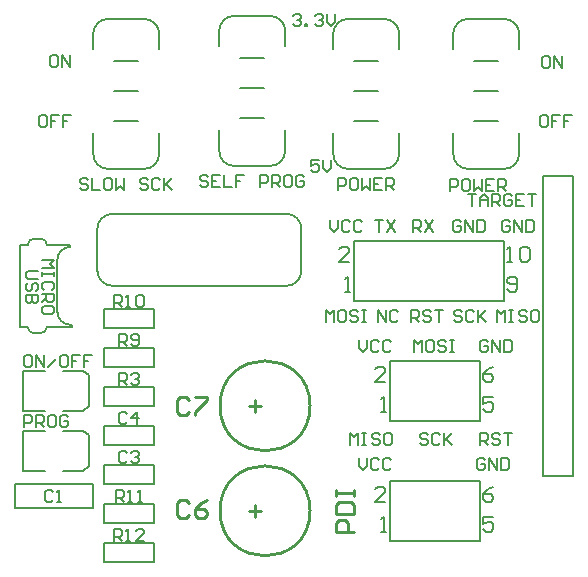
<source format=gto>
G04 Layer_Color=65535*
%FSLAX24Y24*%
%MOIN*%
G70*
G01*
G75*
%ADD16C,0.0100*%
%ADD33C,0.0063*%
%ADD34C,0.0079*%
%ADD35C,0.0060*%
%ADD36C,0.0080*%
D16*
X10028Y5500D02*
G03*
X10028Y5500I-1500J0D01*
G01*
Y2000D02*
G03*
X10028Y2000I-1500J0D01*
G01*
X8178Y5300D02*
Y5700D01*
X7978Y5500D02*
X8378D01*
X8178Y1800D02*
Y2200D01*
X7978Y2000D02*
X8378D01*
X6000Y2250D02*
X5900Y2350D01*
X5700D01*
X5600Y2250D01*
Y1850D01*
X5700Y1750D01*
X5900D01*
X6000Y1850D01*
X6600Y2350D02*
X6400Y2250D01*
X6200Y2050D01*
Y1850D01*
X6300Y1750D01*
X6500D01*
X6600Y1850D01*
Y1950D01*
X6500Y2050D01*
X6200D01*
X6000Y5700D02*
X5900Y5800D01*
X5700D01*
X5600Y5700D01*
Y5300D01*
X5700Y5200D01*
X5900D01*
X6000Y5300D01*
X6200Y5800D02*
X6600D01*
Y5700D01*
X6200Y5300D01*
Y5200D01*
X11500Y1300D02*
X10900D01*
Y1600D01*
X11000Y1700D01*
X11200D01*
X11300Y1600D01*
Y1300D01*
X10900Y1900D02*
X11500D01*
Y2200D01*
X11400Y2300D01*
X11000D01*
X10900Y2200D01*
Y1900D01*
Y2500D02*
Y2700D01*
Y2600D01*
X11500D01*
Y2500D01*
Y2700D01*
D33*
X9740Y11400D02*
G03*
X9240Y11900I-500J0D01*
G01*
X3440D02*
G03*
X2940Y11400I0J-500D01*
G01*
Y10000D02*
G03*
X3440Y9500I500J0D01*
G01*
X9240D02*
G03*
X9740Y10000I0J500D01*
G01*
X15300Y18400D02*
G03*
X14800Y17900I0J-500D01*
G01*
Y13900D02*
G03*
X15300Y13400I500J0D01*
G01*
X17000Y17900D02*
G03*
X16500Y18400I-500J0D01*
G01*
Y13400D02*
G03*
X17000Y13900I0J500D01*
G01*
X11300Y18400D02*
G03*
X10800Y17900I0J-500D01*
G01*
Y13900D02*
G03*
X11300Y13400I500J0D01*
G01*
X13000Y17900D02*
G03*
X12500Y18400I-500J0D01*
G01*
Y13400D02*
G03*
X13000Y13900I0J500D01*
G01*
X7500Y18500D02*
G03*
X7000Y18000I0J-500D01*
G01*
Y14000D02*
G03*
X7500Y13500I500J0D01*
G01*
X9200Y18000D02*
G03*
X8700Y18500I-500J0D01*
G01*
Y13500D02*
G03*
X9200Y14000I0J500D01*
G01*
X3300Y18400D02*
G03*
X2800Y17900I0J-500D01*
G01*
Y13900D02*
G03*
X3300Y13400I500J0D01*
G01*
X5000Y17900D02*
G03*
X4500Y18400I-500J0D01*
G01*
Y13400D02*
G03*
X5000Y13900I0J500D01*
G01*
X1252Y10878D02*
G03*
X1055Y11075I-197J0D01*
G01*
Y7925D02*
G03*
X1252Y8122I0J197D01*
G01*
X622D02*
G03*
X819Y7925I197J0D01*
G01*
Y11075D02*
G03*
X622Y10878I0J-197D01*
G01*
X2039Y10799D02*
G03*
X1606Y10366I0J-433D01*
G01*
Y8634D02*
G03*
X2039Y8201I433J0D01*
G01*
X4827Y4185D02*
Y4815D01*
X3173D02*
X4827D01*
X3173Y4185D02*
Y4815D01*
Y4185D02*
X4827D01*
X3173Y5485D02*
Y6115D01*
Y5485D02*
X4827D01*
Y6115D01*
X3173D02*
X4827D01*
Y2885D02*
Y3515D01*
X3173D02*
X4827D01*
X3173Y2885D02*
Y3515D01*
Y2885D02*
X4827D01*
Y1585D02*
Y2215D01*
X3173D02*
X4827D01*
X3173Y1585D02*
Y2215D01*
Y1585D02*
X4827D01*
Y285D02*
Y915D01*
X3173D02*
X4827D01*
X3173Y285D02*
Y915D01*
Y285D02*
X4827D01*
X3173Y6785D02*
Y7415D01*
Y6785D02*
X4827D01*
Y7415D01*
X3173D02*
X4827D01*
X3173Y8085D02*
Y8715D01*
Y8085D02*
X4827D01*
Y8715D01*
X3173D02*
X4827D01*
X9740Y10700D02*
Y11400D01*
X8440Y11900D02*
X9240D01*
X3540D02*
X8440D01*
X3440D02*
X3540D01*
X2940Y10800D02*
Y11400D01*
Y10000D02*
Y10800D01*
X3440Y9500D02*
X3840D01*
X9040D01*
X9240D01*
X9740Y10000D02*
Y10700D01*
X15500Y15000D02*
X16300D01*
X15500Y16000D02*
X16300D01*
X15500Y17000D02*
X16300D01*
X14800Y17400D02*
Y17900D01*
X15600Y13400D02*
X16400D01*
X15300D02*
X15600D01*
X14800Y13900D02*
Y14100D01*
Y14600D01*
X17000Y17400D02*
Y17900D01*
X15300Y18400D02*
X16500D01*
X17000Y13900D02*
Y14600D01*
X16400Y13400D02*
X16500D01*
X11500Y15000D02*
X12300D01*
X11500Y16000D02*
X12300D01*
X11500Y17000D02*
X12300D01*
X10800Y17400D02*
Y17900D01*
X11600Y13400D02*
X12400D01*
X11300D02*
X11600D01*
X10800Y13900D02*
Y14100D01*
Y14600D01*
X13000Y17400D02*
Y17900D01*
X11300Y18400D02*
X12500D01*
X13000Y13900D02*
Y14600D01*
X12400Y13400D02*
X12500D01*
X7700Y15100D02*
X8500D01*
X7700Y16100D02*
X8500D01*
X7700Y17100D02*
X8500D01*
X7000Y17500D02*
Y18000D01*
X7800Y13500D02*
X8600D01*
X7500D02*
X7800D01*
X7000Y14000D02*
Y14200D01*
Y14700D01*
X9200Y17500D02*
Y18000D01*
X7500Y18500D02*
X8700D01*
X9200Y14000D02*
Y14700D01*
X8600Y13500D02*
X8700D01*
X3500Y15000D02*
X4300D01*
X3500Y16000D02*
X4300D01*
X3500Y17000D02*
X4300D01*
X2800Y17400D02*
Y17900D01*
X3600Y13400D02*
X4400D01*
X3300D02*
X3600D01*
X2800Y13900D02*
Y14100D01*
Y14600D01*
X5000Y17400D02*
Y17900D01*
X3300Y18400D02*
X4500D01*
X5000Y13900D02*
Y14600D01*
X4400Y13400D02*
X4500D01*
X937Y11075D02*
X1055D01*
X1252Y10878D02*
X2039D01*
Y10799D02*
Y10878D01*
X2079Y8122D02*
Y8201D01*
X1252Y8122D02*
X2079D01*
X937Y7925D02*
X1055D01*
X819D02*
X937D01*
X819Y11075D02*
X937D01*
X346Y10878D02*
X622D01*
X346Y8122D02*
Y10878D01*
Y8122D02*
X622D01*
X1606Y8634D02*
Y10366D01*
X2039Y8201D02*
X2079D01*
D34*
X2800Y2100D02*
Y2900D01*
X200Y2100D02*
X2800D01*
X200D02*
Y2900D01*
X2800D01*
X16500Y9000D02*
Y11000D01*
X11500Y9000D02*
Y11000D01*
X16500D01*
X11500Y9000D02*
X16500D01*
X13792Y1000D02*
X15708D01*
X12708D02*
X15708D01*
X12708Y3000D02*
X15708D01*
X12708Y1000D02*
Y3000D01*
X15708Y1000D02*
Y3000D01*
X13792Y5000D02*
X15708D01*
X12708D02*
X15708D01*
X12708Y7000D02*
X15708D01*
X12708Y5000D02*
Y7000D01*
X15708Y5000D02*
Y7000D01*
X1795Y4669D02*
X2465D01*
Y3331D02*
X2661Y3488D01*
X2465Y4669D02*
X2661Y4512D01*
X1795Y3331D02*
X2465D01*
X2661Y3488D02*
Y4512D01*
X457Y3331D02*
Y4669D01*
X1205D01*
X457Y3331D02*
X1205D01*
X1795Y6669D02*
X2465D01*
Y5331D02*
X2661Y5488D01*
X2465Y6669D02*
X2661Y6512D01*
X1795Y5331D02*
X2465D01*
X2661Y5488D02*
Y6512D01*
X457Y5331D02*
Y6669D01*
X1205D01*
X457Y5331D02*
X1205D01*
X17800Y3150D02*
X18800D01*
X17800D02*
Y13150D01*
X18800D01*
Y12400D02*
Y13150D01*
Y3150D02*
Y12400D01*
D35*
X1467Y2633D02*
X1400Y2700D01*
X1267D01*
X1200Y2633D01*
Y2367D01*
X1267Y2300D01*
X1400D01*
X1467Y2367D01*
X1600Y2300D02*
X1733D01*
X1667D01*
Y2700D01*
X1600Y2633D01*
X3933Y3933D02*
X3867Y4000D01*
X3733D01*
X3667Y3933D01*
Y3667D01*
X3733Y3600D01*
X3867D01*
X3933Y3667D01*
X4066Y3933D02*
X4133Y4000D01*
X4266D01*
X4333Y3933D01*
Y3867D01*
X4266Y3800D01*
X4200D01*
X4266D01*
X4333Y3733D01*
Y3667D01*
X4266Y3600D01*
X4133D01*
X4066Y3667D01*
X3933Y5233D02*
X3867Y5300D01*
X3733D01*
X3667Y5233D01*
Y4967D01*
X3733Y4900D01*
X3867D01*
X3933Y4967D01*
X4266Y4900D02*
Y5300D01*
X4066Y5100D01*
X4333D01*
X10970Y12710D02*
Y13110D01*
X11170D01*
X11237Y13043D01*
Y12910D01*
X11170Y12843D01*
X10970D01*
X11570Y13110D02*
X11437D01*
X11370Y13043D01*
Y12777D01*
X11437Y12710D01*
X11570D01*
X11636Y12777D01*
Y13043D01*
X11570Y13110D01*
X11770D02*
Y12710D01*
X11903Y12843D01*
X12036Y12710D01*
Y13110D01*
X12436D02*
X12170D01*
Y12710D01*
X12436D01*
X12170Y12910D02*
X12303D01*
X12569Y12710D02*
Y13110D01*
X12769D01*
X12836Y13043D01*
Y12910D01*
X12769Y12843D01*
X12569D01*
X12703D02*
X12836Y12710D01*
X3667Y6200D02*
Y6600D01*
X3867D01*
X3933Y6533D01*
Y6400D01*
X3867Y6333D01*
X3667D01*
X3800D02*
X3933Y6200D01*
X4066Y6533D02*
X4133Y6600D01*
X4266D01*
X4333Y6533D01*
Y6467D01*
X4266Y6400D01*
X4200D01*
X4266D01*
X4333Y6333D01*
Y6267D01*
X4266Y6200D01*
X4133D01*
X4066Y6267D01*
X3667Y7500D02*
Y7900D01*
X3867D01*
X3933Y7833D01*
Y7700D01*
X3867Y7633D01*
X3667D01*
X3800D02*
X3933Y7500D01*
X4066Y7567D02*
X4133Y7500D01*
X4266D01*
X4333Y7567D01*
Y7833D01*
X4266Y7900D01*
X4133D01*
X4066Y7833D01*
Y7767D01*
X4133Y7700D01*
X4333D01*
X3500Y8800D02*
Y9200D01*
X3700D01*
X3767Y9133D01*
Y9000D01*
X3700Y8933D01*
X3500D01*
X3633D02*
X3767Y8800D01*
X3900D02*
X4033D01*
X3967D01*
Y9200D01*
X3900Y9133D01*
X4233D02*
X4300Y9200D01*
X4433D01*
X4500Y9133D01*
Y8867D01*
X4433Y8800D01*
X4300D01*
X4233Y8867D01*
Y9133D01*
X3567Y2300D02*
Y2700D01*
X3767D01*
X3833Y2633D01*
Y2500D01*
X3767Y2433D01*
X3567D01*
X3700D02*
X3833Y2300D01*
X3967D02*
X4100D01*
X4033D01*
Y2700D01*
X3967Y2633D01*
X4300Y2300D02*
X4433D01*
X4366D01*
Y2700D01*
X4300Y2633D01*
X3500Y1000D02*
Y1400D01*
X3700D01*
X3767Y1333D01*
Y1200D01*
X3700Y1133D01*
X3500D01*
X3633D02*
X3767Y1000D01*
X3900D02*
X4033D01*
X3967D01*
Y1400D01*
X3900Y1333D01*
X4500Y1000D02*
X4233D01*
X4500Y1267D01*
Y1333D01*
X4433Y1400D01*
X4300D01*
X4233Y1333D01*
X6637Y13143D02*
X6570Y13210D01*
X6437D01*
X6370Y13143D01*
Y13077D01*
X6437Y13010D01*
X6570D01*
X6637Y12943D01*
Y12877D01*
X6570Y12810D01*
X6437D01*
X6370Y12877D01*
X7036Y13210D02*
X6770D01*
Y12810D01*
X7036D01*
X6770Y13010D02*
X6903D01*
X7170Y13210D02*
Y12810D01*
X7436D01*
X7836Y13210D02*
X7570D01*
Y13010D01*
X7703D01*
X7570D01*
Y12810D01*
X8369D02*
Y13210D01*
X8569D01*
X8636Y13143D01*
Y13010D01*
X8569Y12943D01*
X8369D01*
X8769Y12810D02*
Y13210D01*
X8969D01*
X9036Y13143D01*
Y13010D01*
X8969Y12943D01*
X8769D01*
X8903D02*
X9036Y12810D01*
X9369Y13210D02*
X9236D01*
X9169Y13143D01*
Y12877D01*
X9236Y12810D01*
X9369D01*
X9436Y12877D01*
Y13143D01*
X9369Y13210D01*
X9836Y13143D02*
X9769Y13210D01*
X9636D01*
X9569Y13143D01*
Y12877D01*
X9636Y12810D01*
X9769D01*
X9836Y12877D01*
Y13010D01*
X9702D01*
X2637Y13043D02*
X2570Y13110D01*
X2437D01*
X2370Y13043D01*
Y12977D01*
X2437Y12910D01*
X2570D01*
X2637Y12843D01*
Y12777D01*
X2570Y12710D01*
X2437D01*
X2370Y12777D01*
X2770Y13110D02*
Y12710D01*
X3036D01*
X3370Y13110D02*
X3236D01*
X3170Y13043D01*
Y12777D01*
X3236Y12710D01*
X3370D01*
X3436Y12777D01*
Y13043D01*
X3370Y13110D01*
X3570D02*
Y12710D01*
X3703Y12843D01*
X3836Y12710D01*
Y13110D01*
X4636Y13043D02*
X4569Y13110D01*
X4436D01*
X4369Y13043D01*
Y12977D01*
X4436Y12910D01*
X4569D01*
X4636Y12843D01*
Y12777D01*
X4569Y12710D01*
X4436D01*
X4369Y12777D01*
X5036Y13043D02*
X4969Y13110D01*
X4836D01*
X4769Y13043D01*
Y12777D01*
X4836Y12710D01*
X4969D01*
X5036Y12777D01*
X5169Y13110D02*
Y12710D01*
Y12843D01*
X5436Y13110D01*
X5236Y12910D01*
X5436Y12710D01*
X15300Y12550D02*
X15567D01*
X15433D01*
Y12150D01*
X15700D02*
Y12417D01*
X15833Y12550D01*
X15966Y12417D01*
Y12150D01*
Y12350D01*
X15700D01*
X16100Y12150D02*
Y12550D01*
X16300D01*
X16366Y12483D01*
Y12350D01*
X16300Y12283D01*
X16100D01*
X16233D02*
X16366Y12150D01*
X16766Y12483D02*
X16700Y12550D01*
X16566D01*
X16500Y12483D01*
Y12217D01*
X16566Y12150D01*
X16700D01*
X16766Y12217D01*
Y12350D01*
X16633D01*
X17166Y12550D02*
X16899D01*
Y12150D01*
X17166D01*
X16899Y12350D02*
X17033D01*
X17299Y12550D02*
X17566D01*
X17433D01*
Y12150D01*
X15867Y3683D02*
X15800Y3750D01*
X15667D01*
X15600Y3683D01*
Y3417D01*
X15667Y3350D01*
X15800D01*
X15867Y3417D01*
Y3550D01*
X15733D01*
X16000Y3350D02*
Y3750D01*
X16266Y3350D01*
Y3750D01*
X16400D02*
Y3350D01*
X16600D01*
X16666Y3417D01*
Y3683D01*
X16600Y3750D01*
X16400D01*
X15967Y7633D02*
X15900Y7700D01*
X15767D01*
X15700Y7633D01*
Y7367D01*
X15767Y7300D01*
X15900D01*
X15967Y7367D01*
Y7500D01*
X15833D01*
X16100Y7300D02*
Y7700D01*
X16366Y7300D01*
Y7700D01*
X16500D02*
Y7300D01*
X16700D01*
X16766Y7367D01*
Y7633D01*
X16700Y7700D01*
X16500D01*
X16683Y11633D02*
X16617Y11700D01*
X16483D01*
X16417Y11633D01*
Y11367D01*
X16483Y11300D01*
X16617D01*
X16683Y11367D01*
Y11500D01*
X16550D01*
X16816Y11300D02*
Y11700D01*
X17083Y11300D01*
Y11700D01*
X17216D02*
Y11300D01*
X17416D01*
X17483Y11367D01*
Y11633D01*
X17416Y11700D01*
X17216D01*
X14700Y12650D02*
Y13050D01*
X14900D01*
X14967Y12983D01*
Y12850D01*
X14900Y12783D01*
X14700D01*
X15300Y13050D02*
X15167D01*
X15100Y12983D01*
Y12717D01*
X15167Y12650D01*
X15300D01*
X15366Y12717D01*
Y12983D01*
X15300Y13050D01*
X15500D02*
Y12650D01*
X15633Y12783D01*
X15766Y12650D01*
Y13050D01*
X16166D02*
X15900D01*
Y12650D01*
X16166D01*
X15900Y12850D02*
X16033D01*
X16299Y12650D02*
Y13050D01*
X16499D01*
X16566Y12983D01*
Y12850D01*
X16499Y12783D01*
X16299D01*
X16433D02*
X16566Y12650D01*
X1200Y15200D02*
X1067D01*
X1000Y15133D01*
Y14867D01*
X1067Y14800D01*
X1200D01*
X1267Y14867D01*
Y15133D01*
X1200Y15200D01*
X1666D02*
X1400D01*
Y15000D01*
X1533D01*
X1400D01*
Y14800D01*
X2066Y15200D02*
X1800D01*
Y15000D01*
X1933D01*
X1800D01*
Y14800D01*
X1550Y17200D02*
X1417D01*
X1350Y17133D01*
Y16867D01*
X1417Y16800D01*
X1550D01*
X1617Y16867D01*
Y17133D01*
X1550Y17200D01*
X1750Y16800D02*
Y17200D01*
X2016Y16800D01*
Y17200D01*
X9450Y18483D02*
X9517Y18550D01*
X9650D01*
X9717Y18483D01*
Y18417D01*
X9650Y18350D01*
X9583D01*
X9650D01*
X9717Y18283D01*
Y18217D01*
X9650Y18150D01*
X9517D01*
X9450Y18217D01*
X9850Y18150D02*
Y18217D01*
X9917D01*
Y18150D01*
X9850D01*
X10183Y18483D02*
X10250Y18550D01*
X10383D01*
X10450Y18483D01*
Y18417D01*
X10383Y18350D01*
X10316D01*
X10383D01*
X10450Y18283D01*
Y18217D01*
X10383Y18150D01*
X10250D01*
X10183Y18217D01*
X10583Y18550D02*
Y18283D01*
X10716Y18150D01*
X10850Y18283D01*
Y18550D01*
X10317Y13700D02*
X10050D01*
Y13500D01*
X10183Y13567D01*
X10250D01*
X10317Y13500D01*
Y13367D01*
X10250Y13300D01*
X10117D01*
X10050Y13367D01*
X10450Y13700D02*
Y13433D01*
X10583Y13300D01*
X10716Y13433D01*
Y13700D01*
X17900Y15200D02*
X17767D01*
X17700Y15133D01*
Y14867D01*
X17767Y14800D01*
X17900D01*
X17967Y14867D01*
Y15133D01*
X17900Y15200D01*
X18366D02*
X18100D01*
Y15000D01*
X18233D01*
X18100D01*
Y14800D01*
X18766Y15200D02*
X18500D01*
Y15000D01*
X18633D01*
X18500D01*
Y14800D01*
X17950Y17150D02*
X17817D01*
X17750Y17083D01*
Y16817D01*
X17817Y16750D01*
X17950D01*
X18017Y16817D01*
Y17083D01*
X17950Y17150D01*
X18150Y16750D02*
Y17150D01*
X18416Y16750D01*
Y17150D01*
X10683Y11700D02*
Y11433D01*
X10817Y11300D01*
X10950Y11433D01*
Y11700D01*
X11350Y11633D02*
X11283Y11700D01*
X11150D01*
X11083Y11633D01*
Y11367D01*
X11150Y11300D01*
X11283D01*
X11350Y11367D01*
X11750Y11633D02*
X11683Y11700D01*
X11550D01*
X11483Y11633D01*
Y11367D01*
X11550Y11300D01*
X11683D01*
X11750Y11367D01*
X11650Y7700D02*
Y7433D01*
X11783Y7300D01*
X11917Y7433D01*
Y7700D01*
X12316Y7633D02*
X12250Y7700D01*
X12117D01*
X12050Y7633D01*
Y7367D01*
X12117Y7300D01*
X12250D01*
X12316Y7367D01*
X12716Y7633D02*
X12650Y7700D01*
X12516D01*
X12450Y7633D01*
Y7367D01*
X12516Y7300D01*
X12650D01*
X12716Y7367D01*
X11650Y3750D02*
Y3483D01*
X11783Y3350D01*
X11917Y3483D01*
Y3750D01*
X12316Y3683D02*
X12250Y3750D01*
X12117D01*
X12050Y3683D01*
Y3417D01*
X12117Y3350D01*
X12250D01*
X12316Y3417D01*
X12716Y3683D02*
X12650Y3750D01*
X12516D01*
X12450Y3683D01*
Y3417D01*
X12516Y3350D01*
X12650D01*
X12716Y3417D01*
X13500Y7300D02*
Y7700D01*
X13633Y7567D01*
X13767Y7700D01*
Y7300D01*
X14100Y7700D02*
X13967D01*
X13900Y7633D01*
Y7367D01*
X13967Y7300D01*
X14100D01*
X14166Y7367D01*
Y7633D01*
X14100Y7700D01*
X14566Y7633D02*
X14500Y7700D01*
X14366D01*
X14300Y7633D01*
Y7567D01*
X14366Y7500D01*
X14500D01*
X14566Y7433D01*
Y7367D01*
X14500Y7300D01*
X14366D01*
X14300Y7367D01*
X14700Y7700D02*
X14833D01*
X14766D01*
Y7300D01*
X14700D01*
X14833D01*
X10550Y8300D02*
Y8700D01*
X10683Y8567D01*
X10817Y8700D01*
Y8300D01*
X11150Y8700D02*
X11017D01*
X10950Y8633D01*
Y8367D01*
X11017Y8300D01*
X11150D01*
X11216Y8367D01*
Y8633D01*
X11150Y8700D01*
X11616Y8633D02*
X11550Y8700D01*
X11416D01*
X11350Y8633D01*
Y8567D01*
X11416Y8500D01*
X11550D01*
X11616Y8433D01*
Y8367D01*
X11550Y8300D01*
X11416D01*
X11350Y8367D01*
X11750Y8700D02*
X11883D01*
X11816D01*
Y8300D01*
X11750D01*
X11883D01*
X11350Y4200D02*
Y4600D01*
X11483Y4467D01*
X11617Y4600D01*
Y4200D01*
X11750Y4600D02*
X11883D01*
X11817D01*
Y4200D01*
X11750D01*
X11883D01*
X12350Y4533D02*
X12283Y4600D01*
X12150D01*
X12083Y4533D01*
Y4467D01*
X12150Y4400D01*
X12283D01*
X12350Y4333D01*
Y4267D01*
X12283Y4200D01*
X12150D01*
X12083Y4267D01*
X12683Y4600D02*
X12550D01*
X12483Y4533D01*
Y4267D01*
X12550Y4200D01*
X12683D01*
X12750Y4267D01*
Y4533D01*
X12683Y4600D01*
X15700Y4200D02*
Y4600D01*
X15900D01*
X15967Y4533D01*
Y4400D01*
X15900Y4333D01*
X15700D01*
X15833D02*
X15967Y4200D01*
X16366Y4533D02*
X16300Y4600D01*
X16167D01*
X16100Y4533D01*
Y4467D01*
X16167Y4400D01*
X16300D01*
X16366Y4333D01*
Y4267D01*
X16300Y4200D01*
X16167D01*
X16100Y4267D01*
X16500Y4600D02*
X16766D01*
X16633D01*
Y4200D01*
X13967Y4533D02*
X13900Y4600D01*
X13767D01*
X13700Y4533D01*
Y4467D01*
X13767Y4400D01*
X13900D01*
X13967Y4333D01*
Y4267D01*
X13900Y4200D01*
X13767D01*
X13700Y4267D01*
X14366Y4533D02*
X14300Y4600D01*
X14167D01*
X14100Y4533D01*
Y4267D01*
X14167Y4200D01*
X14300D01*
X14366Y4267D01*
X14500Y4600D02*
Y4200D01*
Y4333D01*
X14766Y4600D01*
X14566Y4400D01*
X14766Y4200D01*
X12200Y11700D02*
X12467D01*
X12333D01*
Y11300D01*
X12600Y11700D02*
X12866Y11300D01*
Y11700D02*
X12600Y11300D01*
X13450D02*
Y11700D01*
X13650D01*
X13717Y11633D01*
Y11500D01*
X13650Y11433D01*
X13450D01*
X13583D02*
X13717Y11300D01*
X13850Y11700D02*
X14116Y11300D01*
Y11700D02*
X13850Y11300D01*
X15067Y11633D02*
X15000Y11700D01*
X14867D01*
X14800Y11633D01*
Y11367D01*
X14867Y11300D01*
X15000D01*
X15067Y11367D01*
Y11500D01*
X14933D01*
X15200Y11300D02*
Y11700D01*
X15466Y11300D01*
Y11700D01*
X15600D02*
Y11300D01*
X15800D01*
X15866Y11367D01*
Y11633D01*
X15800Y11700D01*
X15600D01*
X15092Y8633D02*
X15025Y8700D01*
X14892D01*
X14825Y8633D01*
Y8567D01*
X14892Y8500D01*
X15025D01*
X15092Y8433D01*
Y8367D01*
X15025Y8300D01*
X14892D01*
X14825Y8367D01*
X15491Y8633D02*
X15425Y8700D01*
X15292D01*
X15225Y8633D01*
Y8367D01*
X15292Y8300D01*
X15425D01*
X15491Y8367D01*
X15625Y8700D02*
Y8300D01*
Y8433D01*
X15891Y8700D01*
X15691Y8500D01*
X15891Y8300D01*
X13400D02*
Y8700D01*
X13600D01*
X13667Y8633D01*
Y8500D01*
X13600Y8433D01*
X13400D01*
X13533D02*
X13667Y8300D01*
X14066Y8633D02*
X14000Y8700D01*
X13867D01*
X13800Y8633D01*
Y8567D01*
X13867Y8500D01*
X14000D01*
X14066Y8433D01*
Y8367D01*
X14000Y8300D01*
X13867D01*
X13800Y8367D01*
X14200Y8700D02*
X14466D01*
X14333D01*
Y8300D01*
X12300D02*
Y8700D01*
X12567Y8300D01*
Y8700D01*
X12966Y8633D02*
X12900Y8700D01*
X12767D01*
X12700Y8633D01*
Y8367D01*
X12767Y8300D01*
X12900D01*
X12966Y8367D01*
X16250Y8300D02*
Y8700D01*
X16383Y8567D01*
X16517Y8700D01*
Y8300D01*
X16650Y8700D02*
X16783D01*
X16717D01*
Y8300D01*
X16650D01*
X16783D01*
X17250Y8633D02*
X17183Y8700D01*
X17050D01*
X16983Y8633D01*
Y8567D01*
X17050Y8500D01*
X17183D01*
X17250Y8433D01*
Y8367D01*
X17183Y8300D01*
X17050D01*
X16983Y8367D01*
X17583Y8700D02*
X17450D01*
X17383Y8633D01*
Y8367D01*
X17450Y8300D01*
X17583D01*
X17650Y8367D01*
Y8633D01*
X17583Y8700D01*
X700Y7200D02*
X567D01*
X500Y7133D01*
Y6867D01*
X567Y6800D01*
X700D01*
X767Y6867D01*
Y7133D01*
X700Y7200D01*
X900Y6800D02*
Y7200D01*
X1166Y6800D01*
Y7200D01*
X1300Y6800D02*
X1566Y7067D01*
X1900Y7200D02*
X1766D01*
X1700Y7133D01*
Y6867D01*
X1766Y6800D01*
X1900D01*
X1966Y6867D01*
Y7133D01*
X1900Y7200D01*
X2366D02*
X2099D01*
Y7000D01*
X2233D01*
X2099D01*
Y6800D01*
X2766Y7200D02*
X2499D01*
Y7000D01*
X2633D01*
X2499D01*
Y6800D01*
X500Y4800D02*
Y5200D01*
X700D01*
X767Y5133D01*
Y5000D01*
X700Y4933D01*
X500D01*
X900Y4800D02*
Y5200D01*
X1100D01*
X1166Y5133D01*
Y5000D01*
X1100Y4933D01*
X900D01*
X1033D02*
X1166Y4800D01*
X1500Y5200D02*
X1366D01*
X1300Y5133D01*
Y4867D01*
X1366Y4800D01*
X1500D01*
X1566Y4867D01*
Y5133D01*
X1500Y5200D01*
X1966Y5133D02*
X1900Y5200D01*
X1766D01*
X1700Y5133D01*
Y4867D01*
X1766Y4800D01*
X1900D01*
X1966Y4867D01*
Y5000D01*
X1833D01*
X950Y10000D02*
X617D01*
X550Y9933D01*
Y9800D01*
X617Y9733D01*
X950D01*
X883Y9334D02*
X950Y9400D01*
Y9533D01*
X883Y9600D01*
X817D01*
X750Y9533D01*
Y9400D01*
X683Y9334D01*
X617D01*
X550Y9400D01*
Y9533D01*
X617Y9600D01*
X950Y9200D02*
X550D01*
Y9000D01*
X617Y8934D01*
X683D01*
X750Y9000D01*
Y9200D01*
Y9000D01*
X817Y8934D01*
X883D01*
X950Y9000D01*
Y9200D01*
X1100Y10350D02*
X1500D01*
X1367Y10217D01*
X1500Y10083D01*
X1100D01*
X1500Y9950D02*
Y9817D01*
Y9883D01*
X1100D01*
Y9950D01*
Y9817D01*
X1433Y9350D02*
X1500Y9417D01*
Y9550D01*
X1433Y9617D01*
X1167D01*
X1100Y9550D01*
Y9417D01*
X1167Y9350D01*
X1100Y9217D02*
X1500D01*
Y9017D01*
X1433Y8950D01*
X1300D01*
X1233Y9017D01*
Y9217D01*
Y9084D02*
X1100Y8950D01*
X1500Y8617D02*
Y8751D01*
X1433Y8817D01*
X1167D01*
X1100Y8751D01*
Y8617D01*
X1167Y8551D01*
X1433D01*
X1500Y8617D01*
D36*
X11333Y10300D02*
X11000D01*
X11333Y10633D01*
Y10717D01*
X11250Y10800D01*
X11083D01*
X11000Y10717D01*
X11200Y9300D02*
X11367D01*
X11283D01*
Y9800D01*
X11200Y9717D01*
X16600Y9383D02*
X16683Y9300D01*
X16850D01*
X16933Y9383D01*
Y9717D01*
X16850Y9800D01*
X16683D01*
X16600Y9717D01*
Y9633D01*
X16683Y9550D01*
X16933D01*
X16600Y10300D02*
X16767D01*
X16683D01*
Y10800D01*
X16600Y10717D01*
X17017D02*
X17100Y10800D01*
X17266D01*
X17350Y10717D01*
Y10383D01*
X17266Y10300D01*
X17100D01*
X17017Y10383D01*
Y10717D01*
X12408Y1300D02*
X12575D01*
X12492D01*
Y1800D01*
X12408Y1717D01*
X12541Y2300D02*
X12208D01*
X12541Y2633D01*
Y2717D01*
X12458Y2800D01*
X12292D01*
X12208Y2717D01*
X16141Y1800D02*
X15808D01*
Y1550D01*
X15975Y1633D01*
X16058D01*
X16141Y1550D01*
Y1383D01*
X16058Y1300D01*
X15892D01*
X15808Y1383D01*
X16141Y2800D02*
X15975Y2717D01*
X15808Y2550D01*
Y2383D01*
X15892Y2300D01*
X16058D01*
X16141Y2383D01*
Y2467D01*
X16058Y2550D01*
X15808D01*
X12408Y5300D02*
X12575D01*
X12492D01*
Y5800D01*
X12408Y5717D01*
X12541Y6300D02*
X12208D01*
X12541Y6633D01*
Y6717D01*
X12458Y6800D01*
X12292D01*
X12208Y6717D01*
X16141Y5800D02*
X15808D01*
Y5550D01*
X15975Y5633D01*
X16058D01*
X16141Y5550D01*
Y5383D01*
X16058Y5300D01*
X15892D01*
X15808Y5383D01*
X16141Y6800D02*
X15975Y6717D01*
X15808Y6550D01*
Y6383D01*
X15892Y6300D01*
X16058D01*
X16141Y6383D01*
Y6467D01*
X16058Y6550D01*
X15808D01*
M02*

</source>
